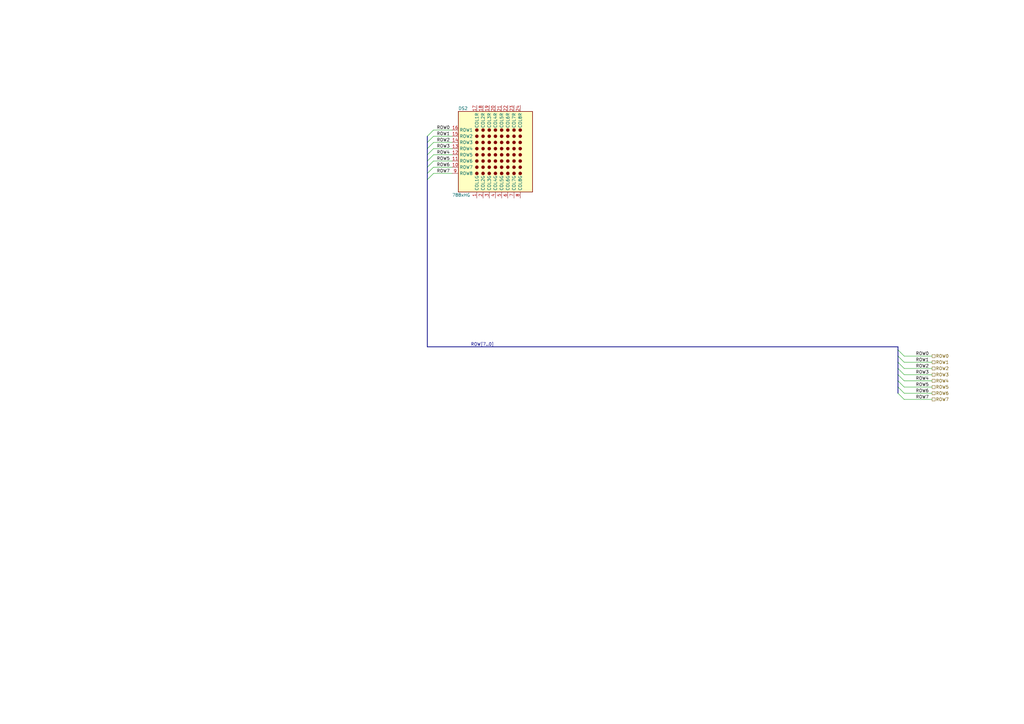
<source format=kicad_sch>
(kicad_sch (version 20201015) (generator eeschema)
  (paper "A3")
  (lib_symbols
    (symbol "Display_Graphic:788xHG"
      (property "Reference" "DS" (at -13.97 16.51 0))
      (property "Value" "788xHG" (at -13.97 -19.05 0))
      (symbol "788xHG_0_1"
        (circle (center -7.62 5.08) (radius 0.635) (fill (type outline)))
        (circle (center -7.62 7.62) (radius 0.635) (fill (type outline)))
        (circle (center -5.08 5.08) (radius 0.635) (fill (type outline)))
        (circle (center -5.08 7.62) (radius 0.635) (fill (type outline)))
        (circle (center -2.54 5.08) (radius 0.635) (fill (type outline)))
        (circle (center -2.54 7.62) (radius 0.635) (fill (type outline)))
        (circle (center 0 5.08) (radius 0.635) (fill (type outline)))
        (circle (center 0 7.62) (radius 0.635) (fill (type outline)))
        (circle (center 2.54 5.08) (radius 0.635) (fill (type outline)))
        (circle (center 2.54 7.62) (radius 0.635) (fill (type outline)))
        (circle (center 5.08 5.08) (radius 0.635) (fill (type outline)))
        (circle (center 5.08 7.62) (radius 0.635) (fill (type outline)))
        (circle (center 7.62 5.08) (radius 0.635) (fill (type outline)))
        (circle (center 7.62 7.62) (radius 0.635) (fill (type outline)))
        (circle (center 10.16 5.08) (radius 0.635) (fill (type outline)))
        (circle (center 10.16 7.62) (radius 0.635) (fill (type outline)))
        (rectangle (start -15.24 15.24) (end 15.24 -17.78) (stroke (width 0.254)) (fill (type background)))
      )
      (symbol "788xHG_1_1"
        (circle (center -7.62 -10.16) (radius 0.635) (fill (type outline)))
        (circle (center -7.62 -7.62) (radius 0.635) (fill (type outline)))
        (circle (center -7.62 -5.08) (radius 0.635) (fill (type outline)))
        (circle (center -7.62 -2.54) (radius 0.635) (fill (type outline)))
        (circle (center -7.62 0) (radius 0.635) (fill (type outline)))
        (circle (center -7.62 2.54) (radius 0.635) (fill (type outline)))
        (circle (center -5.08 -10.16) (radius 0.635) (fill (type outline)))
        (circle (center -5.08 -7.62) (radius 0.635) (fill (type outline)))
        (circle (center -5.08 -5.08) (radius 0.635) (fill (type outline)))
        (circle (center -5.08 -2.54) (radius 0.635) (fill (type outline)))
        (circle (center -5.08 0) (radius 0.635) (fill (type outline)))
        (circle (center -5.08 2.54) (radius 0.635) (fill (type outline)))
        (circle (center -2.54 -10.16) (radius 0.635) (fill (type outline)))
        (circle (center -2.54 -7.62) (radius 0.635) (fill (type outline)))
        (circle (center -2.54 -5.08) (radius 0.635) (fill (type outline)))
        (circle (center -2.54 -2.54) (radius 0.635) (fill (type outline)))
        (circle (center -2.54 0) (radius 0.635) (fill (type outline)))
        (circle (center -2.54 2.54) (radius 0.635) (fill (type outline)))
        (circle (center 0 -10.16) (radius 0.635) (fill (type outline)))
        (circle (center 0 -7.62) (radius 0.635) (fill (type outline)))
        (circle (center 0 -5.08) (radius 0.635) (fill (type outline)))
        (circle (center 0 -2.54) (radius 0.635) (fill (type outline)))
        (circle (center 0 0) (radius 0.635) (fill (type outline)))
        (circle (center 0 2.54) (radius 0.635) (fill (type outline)))
        (circle (center 2.54 -10.16) (radius 0.635) (fill (type outline)))
        (circle (center 2.54 -7.62) (radius 0.635) (fill (type outline)))
        (circle (center 2.54 -5.08) (radius 0.635) (fill (type outline)))
        (circle (center 2.54 -2.54) (radius 0.635) (fill (type outline)))
        (circle (center 2.54 0) (radius 0.635) (fill (type outline)))
        (circle (center 2.54 2.54) (radius 0.635) (fill (type outline)))
        (circle (center 5.08 -10.16) (radius 0.635) (fill (type outline)))
        (circle (center 5.08 -7.62) (radius 0.635) (fill (type outline)))
        (circle (center 5.08 -5.08) (radius 0.635) (fill (type outline)))
        (circle (center 5.08 -2.54) (radius 0.635) (fill (type outline)))
        (circle (center 5.08 0) (radius 0.635) (fill (type outline)))
        (circle (center 5.08 2.54) (radius 0.635) (fill (type outline)))
        (circle (center 7.62 -10.16) (radius 0.635) (fill (type outline)))
        (circle (center 7.62 -7.62) (radius 0.635) (fill (type outline)))
        (circle (center 7.62 -5.08) (radius 0.635) (fill (type outline)))
        (circle (center 7.62 -2.54) (radius 0.635) (fill (type outline)))
        (circle (center 7.62 0) (radius 0.635) (fill (type outline)))
        (circle (center 7.62 2.54) (radius 0.635) (fill (type outline)))
        (circle (center 10.16 -10.16) (radius 0.635) (fill (type outline)))
        (circle (center 10.16 -7.62) (radius 0.635) (fill (type outline)))
        (circle (center 10.16 -5.08) (radius 0.635) (fill (type outline)))
        (circle (center 10.16 -2.54) (radius 0.635) (fill (type outline)))
        (circle (center 10.16 0) (radius 0.635) (fill (type outline)))
        (circle (center 10.16 2.54) (radius 0.635) (fill (type outline)))
        (pin passive line (at -7.62 -20.32 90) (length 2.54) (name "COL1G") (number "1"))
        (pin passive line (at -17.78 -7.62 0) (length 2.54) (name "ROW7") (number "10"))
        (pin passive line (at -17.78 -5.08 0) (length 2.54) (name "ROW6") (number "11"))
        (pin passive line (at -17.78 -2.54 0) (length 2.54) (name "ROW5") (number "12"))
        (pin passive line (at -17.78 0 0) (length 2.54) (name "ROW4") (number "13"))
        (pin passive line (at -17.78 2.54 0) (length 2.54) (name "ROW3") (number "14"))
        (pin passive line (at -17.78 5.08 0) (length 2.54) (name "ROW2") (number "15"))
        (pin passive line (at -17.78 7.62 0) (length 2.54) (name "ROW1") (number "16"))
        (pin passive line (at -7.62 17.78 270) (length 2.54) (name "COL1R") (number "17"))
        (pin passive line (at -5.08 17.78 270) (length 2.54) (name "COL2R") (number "18"))
        (pin passive line (at -2.54 17.78 270) (length 2.54) (name "COL3R") (number "19"))
        (pin passive line (at -5.08 -20.32 90) (length 2.54) (name "COL2G") (number "2"))
        (pin passive line (at 0 17.78 270) (length 2.54) (name "COL4R") (number "20"))
        (pin passive line (at 2.54 17.78 270) (length 2.54) (name "COL5R") (number "21"))
        (pin passive line (at 5.08 17.78 270) (length 2.54) (name "COL6R") (number "22"))
        (pin passive line (at 7.62 17.78 270) (length 2.54) (name "COL7R") (number "23"))
        (pin passive line (at 10.16 17.78 270) (length 2.54) (name "COL8R") (number "24"))
        (pin passive line (at -2.54 -20.32 90) (length 2.54) (name "COL3G") (number "3"))
        (pin passive line (at 0 -20.32 90) (length 2.54) (name "COL4G") (number "4"))
        (pin passive line (at 2.54 -20.32 90) (length 2.54) (name "COL5G") (number "5"))
        (pin passive line (at 5.08 -20.32 90) (length 2.54) (name "COL6G") (number "6"))
        (pin passive line (at 7.62 -20.32 90) (length 2.54) (name "COL7G") (number "7"))
        (pin passive line (at 10.16 -20.32 90) (length 2.54) (name "COL8G") (number "8"))
        (pin passive line (at -17.78 -10.16 0) (length 2.54) (name "ROW8") (number "9"))
      )
    )
  )
  (bus_entry (at 175.26 55.88) (size 2.54 -2.54) (stroke (width 0.1524)))
  (bus_entry (at 175.26 58.42) (size 2.54 -2.54) (stroke (width 0.1524)))
  (bus_entry (at 175.26 60.96) (size 2.54 -2.54) (stroke (width 0.1524)))
  (bus_entry (at 175.26 63.5) (size 2.54 -2.54) (stroke (width 0.1524)))
  (bus_entry (at 175.26 66.04) (size 2.54 -2.54) (stroke (width 0.1524)))
  (bus_entry (at 175.26 68.58) (size 2.54 -2.54) (stroke (width 0.1524)))
  (bus_entry (at 175.26 71.12) (size 2.54 -2.54) (stroke (width 0.1524)))
  (bus_entry (at 175.26 73.66) (size 2.54 -2.54) (stroke (width 0.1524)))
  (bus_entry (at 370.84 146.05) (size -2.54 -2.54) (stroke (width 0.1524)))
  (bus_entry (at 370.84 148.59) (size -2.54 -2.54) (stroke (width 0.1524)))
  (bus_entry (at 370.84 151.13) (size -2.54 -2.54) (stroke (width 0.1524)))
  (bus_entry (at 370.84 153.67) (size -2.54 -2.54) (stroke (width 0.1524)))
  (bus_entry (at 370.84 156.21) (size -2.54 -2.54) (stroke (width 0.1524)))
  (bus_entry (at 370.84 158.75) (size -2.54 -2.54) (stroke (width 0.1524)))
  (bus_entry (at 370.84 161.29) (size -2.54 -2.54) (stroke (width 0.1524)))
  (bus_entry (at 370.84 163.83) (size -2.54 -2.54) (stroke (width 0.1524)))
  (wire (pts (xy 185.42 53.34) (xy 177.8 53.34)))
  (wire (pts (xy 185.42 55.88) (xy 177.8 55.88)))
  (wire (pts (xy 185.42 58.42) (xy 177.8 58.42)))
  (wire (pts (xy 185.42 60.96) (xy 177.8 60.96)))
  (wire (pts (xy 185.42 63.5) (xy 177.8 63.5)))
  (wire (pts (xy 185.42 66.04) (xy 177.8 66.04)))
  (wire (pts (xy 185.42 68.58) (xy 177.8 68.58)))
  (wire (pts (xy 185.42 71.12) (xy 177.8 71.12)))
  (wire (pts (xy 370.84 146.05) (xy 382.27 146.05)))
  (wire (pts (xy 370.84 148.59) (xy 382.27 148.59)))
  (wire (pts (xy 370.84 151.13) (xy 382.27 151.13)))
  (wire (pts (xy 370.84 153.67) (xy 382.27 153.67)))
  (wire (pts (xy 370.84 156.21) (xy 382.27 156.21)))
  (wire (pts (xy 370.84 158.75) (xy 382.27 158.75)))
  (wire (pts (xy 370.84 161.29) (xy 382.27 161.29)))
  (wire (pts (xy 370.84 163.83) (xy 382.27 163.83)))
  (bus (pts (xy 175.26 55.88) (xy 175.26 58.42)))
  (bus (pts (xy 175.26 58.42) (xy 175.26 60.96)))
  (bus (pts (xy 175.26 60.96) (xy 175.26 63.5)))
  (bus (pts (xy 175.26 63.5) (xy 175.26 66.04)))
  (bus (pts (xy 175.26 66.04) (xy 175.26 68.58)))
  (bus (pts (xy 175.26 68.58) (xy 175.26 71.12)))
  (bus (pts (xy 175.26 71.12) (xy 175.26 73.66)))
  (bus (pts (xy 175.26 73.66) (xy 175.26 142.24)))
  (bus (pts (xy 175.26 142.24) (xy 368.3 142.24)))
  (bus (pts (xy 368.3 142.24) (xy 368.3 143.51)))
  (bus (pts (xy 368.3 143.51) (xy 368.3 146.05)))
  (bus (pts (xy 368.3 146.05) (xy 368.3 148.59)))
  (bus (pts (xy 368.3 148.59) (xy 368.3 151.13)))
  (bus (pts (xy 368.3 151.13) (xy 368.3 153.67)))
  (bus (pts (xy 368.3 153.67) (xy 368.3 156.21)))
  (bus (pts (xy 368.3 156.21) (xy 368.3 158.75)))
  (bus (pts (xy 368.3 158.75) (xy 368.3 161.29)))
  (label "ROW0" (at 179.07 53.34 0))
  (label "ROW1" (at 179.07 55.88 0))
  (label "ROW2" (at 179.07 58.42 0))
  (label "ROW3" (at 179.07 60.96 0))
  (label "ROW4" (at 179.07 63.5 0))
  (label "ROW5" (at 179.07 66.04 0))
  (label "ROW6" (at 179.07 68.58 0))
  (label "ROW7" (at 179.07 71.12 0))
  (label "ROW[7..0]" (at 193.04 142.24 0))
  (label "ROW0" (at 381 146.05 180))
  (label "ROW1" (at 381 148.59 180))
  (label "ROW2" (at 381 151.13 180))
  (label "ROW3" (at 381 153.67 180))
  (label "ROW4" (at 381 156.21 180))
  (label "ROW5" (at 381 158.75 180))
  (label "ROW6" (at 381 161.29 180))
  (label "ROW7" (at 381 163.83 180))
  (hierarchical_label "ROW0" (shape passive) (at 382.27 146.05 0))
  (hierarchical_label "ROW1" (shape passive) (at 382.27 148.59 0))
  (hierarchical_label "ROW2" (shape passive) (at 382.27 151.13 0))
  (hierarchical_label "ROW3" (shape passive) (at 382.27 153.67 0))
  (hierarchical_label "ROW4" (shape passive) (at 382.27 156.21 0))
  (hierarchical_label "ROW5" (shape passive) (at 382.27 158.75 0))
  (hierarchical_label "ROW6" (shape passive) (at 382.27 161.29 0))
  (hierarchical_label "ROW7" (shape passive) (at 382.27 163.83 0))
  (symbol (lib_id "Display_Graphic:788xHG") (at 203.2 60.96 0)
    (property "Reference" "DS2" (at 187.96 44.45 0) (effects (justify left)))
    (property "Value" "788xHG" (at 185.42 80.01 0) (effects (justify left)))
    (property "Footprint" "Display:788xHG" (effects hide))
  )
)
</source>
